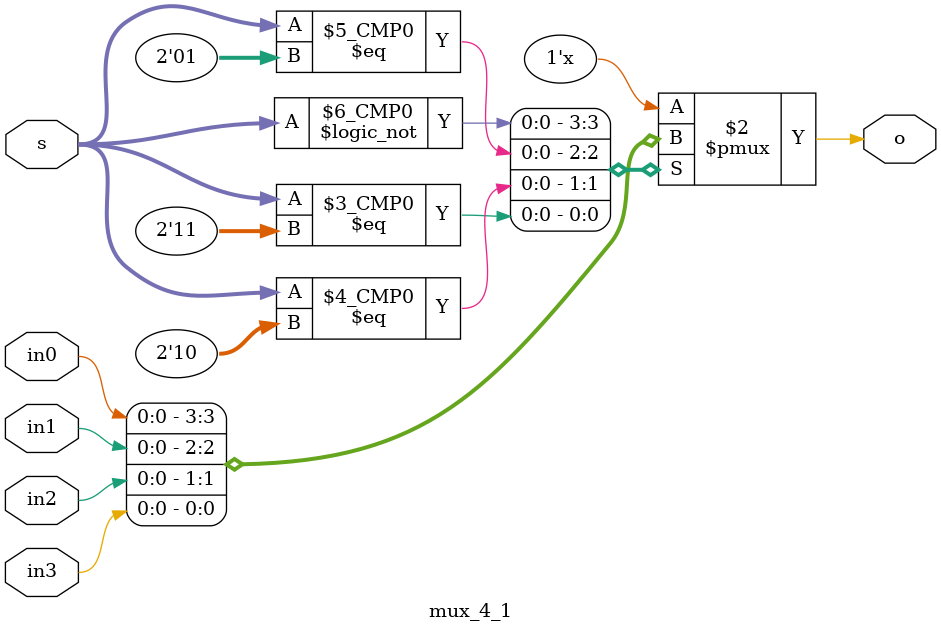
<source format=v>
`timescale 1ns / 1ps
module mux_4_1(in0,in1,in2,in3,o,s);
    input in0,in1,in2,in3;
    output reg o;
    input [1:0]s;
    always@(*)
        begin
            case(s)
                2'b00:o=in0;
                2'b01:o=in1;
                2'b10:o=in2;
                2'b11:o=in3;
                default:o=1'b0;    
            endcase
        end
endmodule

</source>
